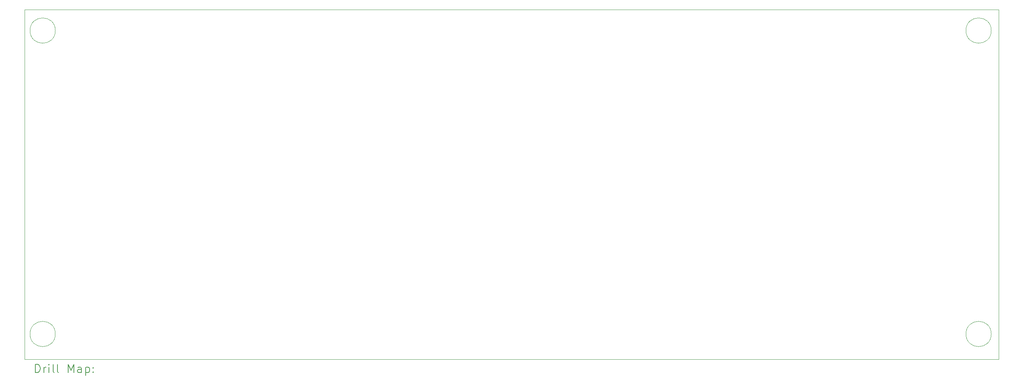
<source format=gbr>
%TF.GenerationSoftware,KiCad,Pcbnew,7.0.8*%
%TF.CreationDate,2024-09-21T08:52:30-04:00*%
%TF.ProjectId,clock,636c6f63-6b2e-46b6-9963-61645f706362,rev?*%
%TF.SameCoordinates,Original*%
%TF.FileFunction,Drillmap*%
%TF.FilePolarity,Positive*%
%FSLAX45Y45*%
G04 Gerber Fmt 4.5, Leading zero omitted, Abs format (unit mm)*
G04 Created by KiCad (PCBNEW 7.0.8) date 2024-09-21 08:52:30*
%MOMM*%
%LPD*%
G01*
G04 APERTURE LIST*
%ADD10C,0.100000*%
%ADD11C,0.200000*%
G04 APERTURE END LIST*
D10*
X2670280Y-1200000D02*
X25773560Y-1200000D01*
X25773560Y-9500000D01*
X2670280Y-9500000D01*
X2670280Y-1200000D01*
X25600000Y-1700000D02*
G75*
G03*
X25600000Y-1700000I-300000J0D01*
G01*
X3400000Y-8900000D02*
G75*
G03*
X3400000Y-8900000I-300000J0D01*
G01*
X3400000Y-1700000D02*
G75*
G03*
X3400000Y-1700000I-300000J0D01*
G01*
X25600000Y-8900000D02*
G75*
G03*
X25600000Y-8900000I-300000J0D01*
G01*
D11*
X2926057Y-9816484D02*
X2926057Y-9616484D01*
X2926057Y-9616484D02*
X2973676Y-9616484D01*
X2973676Y-9616484D02*
X3002247Y-9626008D01*
X3002247Y-9626008D02*
X3021295Y-9645055D01*
X3021295Y-9645055D02*
X3030819Y-9664103D01*
X3030819Y-9664103D02*
X3040342Y-9702198D01*
X3040342Y-9702198D02*
X3040342Y-9730770D01*
X3040342Y-9730770D02*
X3030819Y-9768865D01*
X3030819Y-9768865D02*
X3021295Y-9787912D01*
X3021295Y-9787912D02*
X3002247Y-9806960D01*
X3002247Y-9806960D02*
X2973676Y-9816484D01*
X2973676Y-9816484D02*
X2926057Y-9816484D01*
X3126057Y-9816484D02*
X3126057Y-9683150D01*
X3126057Y-9721246D02*
X3135581Y-9702198D01*
X3135581Y-9702198D02*
X3145104Y-9692674D01*
X3145104Y-9692674D02*
X3164152Y-9683150D01*
X3164152Y-9683150D02*
X3183200Y-9683150D01*
X3249866Y-9816484D02*
X3249866Y-9683150D01*
X3249866Y-9616484D02*
X3240342Y-9626008D01*
X3240342Y-9626008D02*
X3249866Y-9635531D01*
X3249866Y-9635531D02*
X3259390Y-9626008D01*
X3259390Y-9626008D02*
X3249866Y-9616484D01*
X3249866Y-9616484D02*
X3249866Y-9635531D01*
X3373676Y-9816484D02*
X3354628Y-9806960D01*
X3354628Y-9806960D02*
X3345104Y-9787912D01*
X3345104Y-9787912D02*
X3345104Y-9616484D01*
X3478438Y-9816484D02*
X3459390Y-9806960D01*
X3459390Y-9806960D02*
X3449866Y-9787912D01*
X3449866Y-9787912D02*
X3449866Y-9616484D01*
X3707009Y-9816484D02*
X3707009Y-9616484D01*
X3707009Y-9616484D02*
X3773676Y-9759341D01*
X3773676Y-9759341D02*
X3840342Y-9616484D01*
X3840342Y-9616484D02*
X3840342Y-9816484D01*
X4021295Y-9816484D02*
X4021295Y-9711722D01*
X4021295Y-9711722D02*
X4011771Y-9692674D01*
X4011771Y-9692674D02*
X3992723Y-9683150D01*
X3992723Y-9683150D02*
X3954628Y-9683150D01*
X3954628Y-9683150D02*
X3935581Y-9692674D01*
X4021295Y-9806960D02*
X4002247Y-9816484D01*
X4002247Y-9816484D02*
X3954628Y-9816484D01*
X3954628Y-9816484D02*
X3935581Y-9806960D01*
X3935581Y-9806960D02*
X3926057Y-9787912D01*
X3926057Y-9787912D02*
X3926057Y-9768865D01*
X3926057Y-9768865D02*
X3935581Y-9749817D01*
X3935581Y-9749817D02*
X3954628Y-9740293D01*
X3954628Y-9740293D02*
X4002247Y-9740293D01*
X4002247Y-9740293D02*
X4021295Y-9730770D01*
X4116533Y-9683150D02*
X4116533Y-9883150D01*
X4116533Y-9692674D02*
X4135581Y-9683150D01*
X4135581Y-9683150D02*
X4173676Y-9683150D01*
X4173676Y-9683150D02*
X4192723Y-9692674D01*
X4192723Y-9692674D02*
X4202247Y-9702198D01*
X4202247Y-9702198D02*
X4211771Y-9721246D01*
X4211771Y-9721246D02*
X4211771Y-9778389D01*
X4211771Y-9778389D02*
X4202247Y-9797436D01*
X4202247Y-9797436D02*
X4192723Y-9806960D01*
X4192723Y-9806960D02*
X4173676Y-9816484D01*
X4173676Y-9816484D02*
X4135581Y-9816484D01*
X4135581Y-9816484D02*
X4116533Y-9806960D01*
X4297485Y-9797436D02*
X4307009Y-9806960D01*
X4307009Y-9806960D02*
X4297485Y-9816484D01*
X4297485Y-9816484D02*
X4287962Y-9806960D01*
X4287962Y-9806960D02*
X4297485Y-9797436D01*
X4297485Y-9797436D02*
X4297485Y-9816484D01*
X4297485Y-9692674D02*
X4307009Y-9702198D01*
X4307009Y-9702198D02*
X4297485Y-9711722D01*
X4297485Y-9711722D02*
X4287962Y-9702198D01*
X4287962Y-9702198D02*
X4297485Y-9692674D01*
X4297485Y-9692674D02*
X4297485Y-9711722D01*
M02*

</source>
